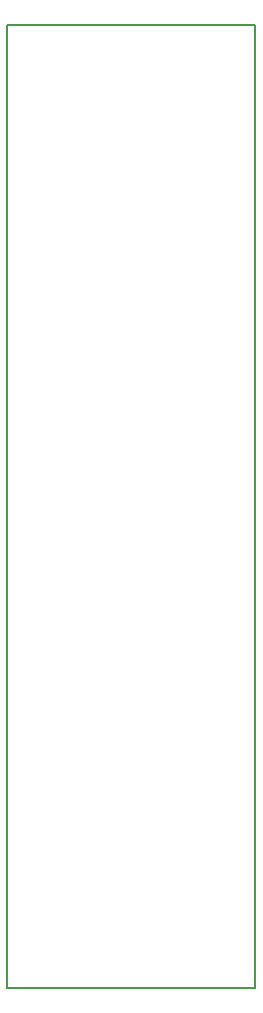
<source format=gbr>
%TF.GenerationSoftware,KiCad,Pcbnew,(6.0.6)*%
%TF.CreationDate,2022-10-25T12:39:07-05:00*%
%TF.ProjectId,IO_Riser,494f5f52-6973-4657-922e-6b696361645f,V0.8*%
%TF.SameCoordinates,Original*%
%TF.FileFunction,Profile,NP*%
%FSLAX46Y46*%
G04 Gerber Fmt 4.6, Leading zero omitted, Abs format (unit mm)*
G04 Created by KiCad (PCBNEW (6.0.6)) date 2022-10-25 12:39:07*
%MOMM*%
%LPD*%
G01*
G04 APERTURE LIST*
%TA.AperFunction,Profile*%
%ADD10C,0.200000*%
%TD*%
G04 APERTURE END LIST*
D10*
X139400000Y-43000000D02*
X160400000Y-43000000D01*
X160400000Y-43000000D02*
X160400000Y-124500000D01*
X160400000Y-124500000D02*
X139400000Y-124500000D01*
X139400000Y-124500000D02*
X139400000Y-43000000D01*
M02*

</source>
